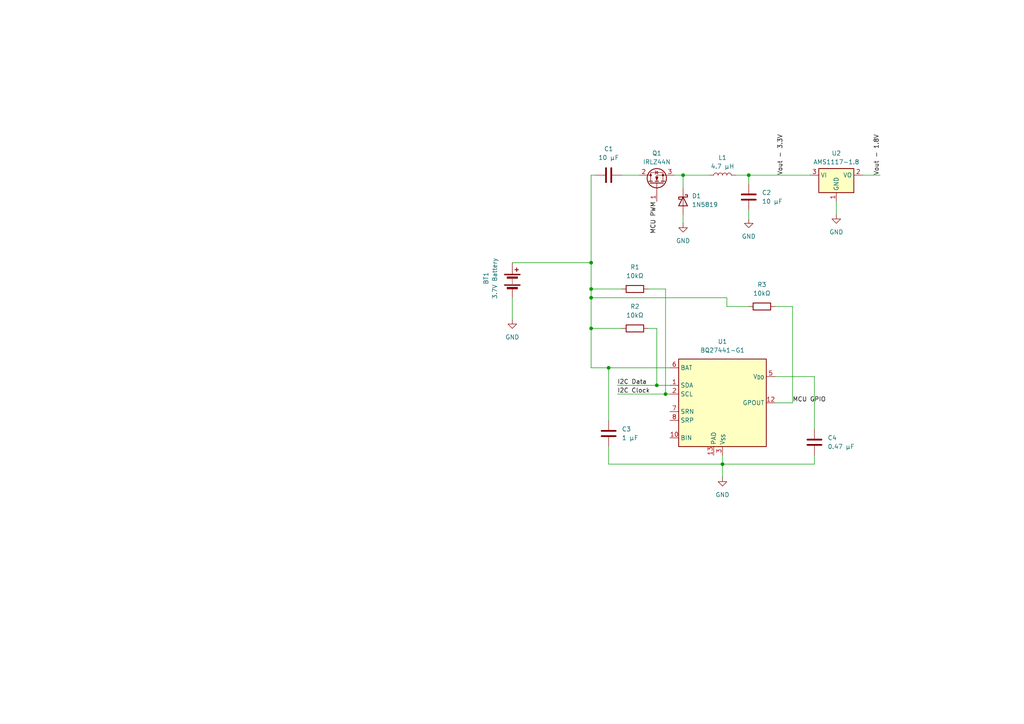
<source format=kicad_sch>
(kicad_sch (version 20231120) (generator "eeschema") (generator_version "8.0")
  (paper "A4")
  (lib_symbols
    (symbol "Battery_Management:BQ27441-G1"
      (property "Reference" "U" (at -5.08 15.875 0))
      (property "Value" "BQ27441-G1" (at -5.08 13.97 0))
      (symbol "BQ27441-G1_0_1"
        (rectangle (start -12.7 12.7) (end 12.7 -12.7) (stroke (width 0.254)) (fill (type background)))
      )
      (symbol "BQ27441-G1_1_1"
        (pin bidirectional line (at -15.24 5.08 0) (length 2.54) (name "SDA") (number "1"))
        (pin input line (at -15.24 -10.16 0) (length 2.54) (name "BIN") (number "10"))
        (pin no_connect line (at 10.16 -2.54 180) (length 2.54) hide (name "NC") (number "11"))
        (pin output line (at 15.24 0 180) (length 2.54) (name "GPOUT") (number "12"))
        (pin power_in line (at -2.54 -15.24 90) (length 2.54) (name "PAD") (number "13"))
        (pin input line (at -15.24 2.54 0) (length 2.54) (name "SCL") (number "2"))
        (pin power_in line (at 0 -15.24 90) (length 2.54) (name "V_{SS}") (number "3"))
        (pin no_connect line (at 10.16 -7.62 180) (length 2.54) hide (name "NC") (number "4"))
        (pin power_out line (at 15.24 7.62 180) (length 2.54) (name "V_{DD}") (number "5"))
        (pin power_in line (at -15.24 10.16 0) (length 2.54) (name "BAT") (number "6"))
        (pin input line (at -15.24 -2.54 0) (length 2.54) (name "SRN") (number "7"))
        (pin input line (at -15.24 -5.08 0) (length 2.54) (name "SRP") (number "8"))
        (pin no_connect line (at 10.16 -5.08 180) (length 2.54) hide (name "NC") (number "9"))
      )
    )
    (symbol "Device:Battery" (pin_numbers hide) (pin_names (offset 0) hide)
      (property "Reference" "BT" (at 2.54 2.54 0))
      (property "Value" "Battery" (at 2.54 0 0))
      (symbol "Battery_0_1"
        (rectangle (start -2.286 -1.27) (end 2.286 -1.524) (fill (type outline)))
        (rectangle (start -2.286 1.778) (end 2.286 1.524) (fill (type outline)))
        (rectangle (start -1.524 -2.032) (end 1.524 -2.54) (fill (type outline)))
        (rectangle (start -1.524 1.016) (end 1.524 0.508) (fill (type outline)))
        (polyline (pts (xy 0 -1.016) (xy 0 -0.762)))
        (polyline (pts (xy 0 -0.508) (xy 0 -0.254)))
        (polyline (pts (xy 0 0) (xy 0 0.254)))
        (polyline (pts (xy 0 1.778) (xy 0 2.54)))
        (polyline (pts (xy 0.762 3.048) (xy 1.778 3.048)) (stroke (width 0.254)))
        (polyline (pts (xy 1.27 3.556) (xy 1.27 2.54)) (stroke (width 0.254)))
      )
      (symbol "Battery_1_1"
        (pin passive line (at 0 5.08 270) (length 2.54) (name "+") (number "1"))
        (pin passive line (at 0 -5.08 90) (length 2.54) (name "-") (number "2"))
      )
    )
    (symbol "Device:C" (pin_numbers hide) (pin_names (offset 0.254))
      (property "Reference" "C" (at 0.635 2.54 0))
      (property "Value" "C" (at 0.635 -2.54 0))
      (symbol "C_0_1"
        (polyline (pts (xy -2.032 -0.762) (xy 2.032 -0.762)) (stroke (width 0.508)))
        (polyline (pts (xy -2.032 0.762) (xy 2.032 0.762)) (stroke (width 0.508)))
      )
      (symbol "C_1_1"
        (pin passive line (at 0 3.81 270) (length 2.794) (name "~") (number "1"))
        (pin passive line (at 0 -3.81 90) (length 2.794) (name "~") (number "2"))
      )
    )
    (symbol "Device:L" (pin_numbers hide) (pin_names (offset 1.016) hide)
      (property "Reference" "L" (at -1.27 0 90))
      (property "Value" "L" (at 1.905 0 90))
      (symbol "L_0_1"
        (arc (start 0 -2.54) (mid 0.6323 -1.905) (end 0 -1.27))
        (arc (start 0 -1.27) (mid 0.6323 -0.635) (end 0 0))
        (arc (start 0 0) (mid 0.6323 0.635) (end 0 1.27))
        (arc (start 0 1.27) (mid 0.6323 1.905) (end 0 2.54))
      )
      (symbol "L_1_1"
        (pin passive line (at 0 3.81 270) (length 1.27) (name "1") (number "1"))
        (pin passive line (at 0 -3.81 90) (length 1.27) (name "2") (number "2"))
      )
    )
    (symbol "Device:R" (pin_numbers hide) (pin_names (offset 0))
      (property "Reference" "R" (at 2.032 0 90))
      (property "Value" "R" (at 0 0 90))
      (symbol "R_0_1"
        (rectangle (start -1.016 -2.54) (end 1.016 2.54) (stroke (width 0.254)))
      )
      (symbol "R_1_1"
        (pin passive line (at 0 3.81 270) (length 1.27) (name "~") (number "1"))
        (pin passive line (at 0 -3.81 90) (length 1.27) (name "~") (number "2"))
      )
    )
    (symbol "Diode:1N5819" (pin_numbers hide) (pin_names (offset 1.016) hide)
      (property "Reference" "D" (at 0 2.54 0))
      (property "Value" "1N5819" (at 0 -2.54 0))
      (symbol "1N5819_0_1"
        (polyline (pts (xy 1.27 0) (xy -1.27 0)))
        (polyline (pts (xy 1.27 1.27) (xy 1.27 -1.27) (xy -1.27 0) (xy 1.27 1.27)) (stroke (width 0.254)))
        (polyline (pts (xy -1.905 0.635) (xy -1.905 1.27) (xy -1.27 1.27) (xy -1.27 -1.27) (xy -0.635 -1.27) (xy -0.635 -0.635)) (stroke (width 0.254)))
      )
      (symbol "1N5819_1_1"
        (pin passive line (at -3.81 0 0) (length 2.54) (name "K") (number "1"))
        (pin passive line (at 3.81 0 180) (length 2.54) (name "A") (number "2"))
      )
    )
    (symbol "Regulator_Linear:AMS1117-1.8"
      (property "Reference" "U" (at -3.81 3.175 0))
      (property "Value" "AMS1117-1.8" (at 0 3.175 0))
      (symbol "AMS1117-1.8_0_1"
        (rectangle (start -5.08 -5.08) (end 5.08 1.905) (stroke (width 0.254)) (fill (type background)))
      )
      (symbol "AMS1117-1.8_1_1"
        (pin power_in line (at 0 -7.62 90) (length 2.54) (name "GND") (number "1"))
        (pin power_out line (at 7.62 0 180) (length 2.54) (name "VO") (number "2"))
        (pin power_in line (at -7.62 0 0) (length 2.54) (name "VI") (number "3"))
      )
    )
    (symbol "Transistor_FET:IRLZ44N" (pin_names hide)
      (property "Reference" "Q" (at 5.08 1.905 0))
      (property "Value" "IRLZ44N" (at 5.08 0 0))
      (symbol "IRLZ44N_0_1"
        (polyline (pts (xy 0.254 0) (xy -2.54 0)))
        (polyline (pts (xy 0.254 1.905) (xy 0.254 -1.905)) (stroke (width 0.254)))
        (polyline (pts (xy 0.762 -1.27) (xy 0.762 -2.286)) (stroke (width 0.254)))
        (polyline (pts (xy 0.762 0.508) (xy 0.762 -0.508)) (stroke (width 0.254)))
        (polyline (pts (xy 0.762 2.286) (xy 0.762 1.27)) (stroke (width 0.254)))
        (polyline (pts (xy 2.54 2.54) (xy 2.54 1.778)))
        (polyline (pts (xy 2.54 -2.54) (xy 2.54 0) (xy 0.762 0)))
        (polyline (pts (xy 0.762 -1.778) (xy 3.302 -1.778) (xy 3.302 1.778) (xy 0.762 1.778)))
        (polyline (pts (xy 1.016 0) (xy 2.032 0.381) (xy 2.032 -0.381) (xy 1.016 0)) (fill (type outline)))
        (polyline (pts (xy 2.794 0.508) (xy 2.921 0.381) (xy 3.683 0.381) (xy 3.81 0.254)))
        (polyline (pts (xy 3.302 0.381) (xy 2.921 -0.254) (xy 3.683 -0.254) (xy 3.302 0.381)))
        (circle (center 1.651 0) (radius 2.794) (stroke (width 0.254)))
        (circle (center 2.54 -1.778) (radius 0.254) (fill (type outline)))
        (circle (center 2.54 1.778) (radius 0.254) (fill (type outline)))
      )
      (symbol "IRLZ44N_1_1"
        (pin input line (at -5.08 0 0) (length 2.54) (name "G") (number "1"))
        (pin passive line (at 2.54 5.08 270) (length 2.54) (name "D") (number "2"))
        (pin passive line (at 2.54 -5.08 90) (length 2.54) (name "S") (number "3"))
      )
    )
    (symbol "power:GND" (power) (pin_numbers hide) (pin_names (offset 0) hide)
      (property "Value" "GND" (at 0 -3.81 0))
      (symbol "GND_0_1"
        (polyline (pts (xy 0 0) (xy 0 -1.27) (xy 1.27 -1.27) (xy 0 -2.54) (xy -1.27 -1.27) (xy 0 -1.27)))
      )
      (symbol "GND_1_1"
        (pin power_in line (at 0 0 270) (length 0) (name "~") (number "1"))
      )
    )
  )
  (junction (at 209.55 134.62))
  (junction (at 190.5 111.76))
  (junction (at 171.45 95.25))
  (junction (at 217.17 50.8))
  (junction (at 171.45 86.36))
  (junction (at 193.04 114.3))
  (junction (at 171.45 76.2))
  (junction (at 176.53 106.68))
  (junction (at 198.12 50.8))
  (junction (at 171.45 83.82))
  (wire (pts (xy 179.07 114.3) (xy 193.04 114.3)))
  (wire (pts (xy 210.82 88.9) (xy 210.82 86.36)))
  (wire (pts (xy 148.59 86.36) (xy 148.59 92.71)))
  (wire (pts (xy 176.53 134.62) (xy 209.55 134.62)))
  (wire (pts (xy 171.45 76.2) (xy 171.45 50.8)))
  (wire (pts (xy 198.12 50.8) (xy 205.74 50.8)))
  (wire (pts (xy 209.55 132.08) (xy 209.55 134.62)))
  (wire (pts (xy 171.45 86.36) (xy 171.45 95.25)))
  (wire (pts (xy 195.58 50.8) (xy 198.12 50.8)))
  (wire (pts (xy 176.53 106.68) (xy 194.31 106.68)))
  (wire (pts (xy 176.53 129.54) (xy 176.53 134.62)))
  (wire (pts (xy 171.45 83.82) (xy 180.34 83.82)))
  (wire (pts (xy 217.17 60.96) (xy 217.17 63.5)))
  (wire (pts (xy 148.59 76.2) (xy 171.45 76.2)))
  (wire (pts (xy 213.36 50.8) (xy 217.17 50.8)))
  (wire (pts (xy 236.22 134.62) (xy 209.55 134.62)))
  (wire (pts (xy 193.04 83.82) (xy 193.04 114.3)))
  (wire (pts (xy 190.5 111.76) (xy 194.31 111.76)))
  (wire (pts (xy 198.12 50.8) (xy 198.12 54.61)))
  (wire (pts (xy 209.55 134.62) (xy 209.55 138.43)))
  (wire (pts (xy 193.04 114.3) (xy 194.31 114.3)))
  (wire (pts (xy 217.17 50.8) (xy 234.95 50.8)))
  (wire (pts (xy 250.19 50.8) (xy 255.27 50.8)))
  (wire (pts (xy 187.96 83.82) (xy 193.04 83.82)))
  (wire (pts (xy 224.79 109.22) (xy 236.22 109.22)))
  (wire (pts (xy 236.22 132.08) (xy 236.22 134.62)))
  (wire (pts (xy 190.5 95.25) (xy 190.5 111.76)))
  (wire (pts (xy 171.45 106.68) (xy 176.53 106.68)))
  (wire (pts (xy 171.45 83.82) (xy 171.45 86.36)))
  (wire (pts (xy 210.82 86.36) (xy 171.45 86.36)))
  (wire (pts (xy 217.17 50.8) (xy 217.17 53.34)))
  (wire (pts (xy 224.79 88.9) (xy 229.87 88.9)))
  (wire (pts (xy 179.07 111.76) (xy 190.5 111.76)))
  (wire (pts (xy 187.96 95.25) (xy 190.5 95.25)))
  (wire (pts (xy 242.57 58.42) (xy 242.57 62.23)))
  (wire (pts (xy 171.45 76.2) (xy 171.45 83.82)))
  (wire (pts (xy 229.87 88.9) (xy 229.87 116.84)))
  (wire (pts (xy 171.45 95.25) (xy 180.34 95.25)))
  (wire (pts (xy 180.34 50.8) (xy 185.42 50.8)))
  (wire (pts (xy 171.45 95.25) (xy 171.45 106.68)))
  (wire (pts (xy 236.22 109.22) (xy 236.22 124.46)))
  (wire (pts (xy 198.12 62.23) (xy 198.12 64.77)))
  (wire (pts (xy 176.53 106.68) (xy 176.53 121.92)))
  (wire (pts (xy 229.87 116.84) (xy 224.79 116.84)))
  (wire (pts (xy 217.17 88.9) (xy 210.82 88.9)))
  (wire (pts (xy 171.45 50.8) (xy 172.72 50.8)))
  (label "MCU GPIO" (at 229.87 116.84 0))
  (label "Vout - 3.3V" (at 227.33 50.8 90))
  (label "Vout - 1.8V" (at 255.27 50.8 90))
  (label "I2C Data" (at 179.07 111.76 0))
  (label "I2C Clock" (at 179.07 114.3 0))
  (label "MCU PWM" (at 190.5 58.42 270))
  (symbol (lib_id "Device:R") (at 184.15 95.25 90) (mirror x) (unit 1)
    (property "Reference" "R2" (at 184.15 88.9 90))
    (property "Value" "10kΩ" (at 184.15 91.44 90))
    (property "Description" "Resistor" (effects (hide yes)))
  )
  (symbol (lib_id "Device:R") (at 220.98 88.9 90) (mirror x) (unit 1)
    (property "Reference" "R3" (at 220.98 82.55 90))
    (property "Value" "10kΩ" (at 220.98 85.09 90))
    (property "Description" "Resistor" (effects (hide yes)))
  )
  (symbol (lib_id "Device:Battery") (at 148.59 81.28 0) (unit 1)
    (property "Reference" "BT1" (at 140.97 80.7085 90))
    (property "Value" "3.7V Battery" (at 143.51 80.772 90))
    (property "Description" "Multiple-cell battery" (effects (hide yes)))
  )
  (symbol (lib_id "power:GND") (at 148.59 92.71 0) (unit 1)
    (property "Reference" "#PWR05" (effects (hide yes)))
    (property "Value" "GND" (at 148.59 97.79 0))
    (property "Description" "Power symbol creates a global label with name \"GND\" , ground" (effects (hide yes)))
  )
  (symbol (lib_id "Device:L") (at 209.55 50.8 90) (unit 1)
    (property "Reference" "L1" (at 209.55 45.72 90))
    (property "Value" "4.7 μH" (at 209.55 48.26 90))
    (property "Description" "Inductor" (effects (hide yes)))
  )
  (symbol (lib_id "power:GND") (at 198.12 64.77 0) (unit 1)
    (property "Reference" "#PWR02" (effects (hide yes)))
    (property "Value" "GND" (at 198.12 69.85 0))
    (property "Description" "Power symbol creates a global label with name \"GND\" , ground" (effects (hide yes)))
  )
  (symbol (lib_id "Device:C") (at 236.22 128.27 0) (unit 1)
    (property "Reference" "C4" (at 240.03 126.9999 0) (effects (justify left)))
    (property "Value" "0.47 μF" (at 240.03 129.5399 0) (effects (justify left)))
    (property "Description" "Unpolarized capacitor" (effects (hide yes)))
  )
  (symbol (lib_id "Diode:1N5819") (at 198.12 58.42 270) (unit 1)
    (property "Reference" "D1" (at 200.66 56.8324 90) (effects (justify left)))
    (property "Value" "1N5819" (at 200.66 59.3724 90) (effects (justify left)))
    (property "Footprint" "Diode_THT:D_DO-41_SOD81_P10.16mm_Horizontal" (effects (hide yes)))
    (property "Datasheet" "http://www.vishay.com/docs/88525/1n5817.pdf" (effects (hide yes)))
    (property "Description" "40V 1A Schottky Barrier Rectifier Diode, DO-41" (effects (hide yes)))
  )
  (symbol (lib_id "power:GND") (at 217.17 63.5 0) (unit 1)
    (property "Reference" "#PWR03" (effects (hide yes)))
    (property "Value" "GND" (at 217.17 68.58 0))
    (property "Description" "Power symbol creates a global label with name \"GND\" , ground" (effects (hide yes)))
  )
  (symbol (lib_id "power:GND") (at 242.57 62.23 0) (unit 1)
    (property "Reference" "#PWR04" (effects (hide yes)))
    (property "Value" "GND" (at 242.57 67.31 0))
    (property "Description" "Power symbol creates a global label with name \"GND\" , ground" (effects (hide yes)))
  )
  (symbol (lib_id "power:GND") (at 209.55 138.43 0) (unit 1)
    (property "Reference" "#PWR01" (effects (hide yes)))
    (property "Value" "GND" (at 209.55 143.51 0))
    (property "Description" "Power symbol creates a global label with name \"GND\" , ground" (effects (hide yes)))
  )
  (symbol (lib_id "Device:C") (at 217.17 57.15 0) (unit 1)
    (property "Reference" "C2" (at 220.98 55.8799 0) (effects (justify left)))
    (property "Value" "10 μF" (at 220.98 58.4199 0) (effects (justify left)))
    (property "Description" "Unpolarized capacitor" (effects (hide yes)))
  )
  (symbol (lib_id "Device:C") (at 176.53 125.73 0) (unit 1)
    (property "Reference" "C3" (at 180.34 124.4599 0) (effects (justify left)))
    (property "Value" "1 μF" (at 180.34 126.9999 0) (effects (justify left)))
    (property "Description" "Unpolarized capacitor" (effects (hide yes)))
  )
  (symbol (lib_id "Transistor_FET:IRLZ44N") (at 190.5 53.34 90) (unit 1)
    (property "Reference" "Q1" (at 190.5 44.45 90))
    (property "Value" "IRLZ44N" (at 190.5 46.99 90))
    (property "Footprint" "Package_TO_SOT_THT:TO-220-3_Vertical" (effects (hide yes)))
    (property "Datasheet" "http://www.irf.com/product-info/datasheets/data/irlz44n.pdf" (effects (hide yes)))
    (property "Description" "47A Id, 55V Vds, 22mOhm Rds Single N-Channel HEXFET Power MOSFET, TO-220AB" (effects (hide yes)))
  )
  (symbol (lib_id "Regulator_Linear:AMS1117-1.8") (at 242.57 50.8 0) (unit 1)
    (property "Reference" "U2" (at 242.57 44.45 0))
    (property "Value" "AMS1117-1.8" (at 242.57 46.99 0))
    (property "Footprint" "Package_TO_SOT_SMD:SOT-223-3_TabPin2" (effects (hide yes)))
    (property "Datasheet" "http://www.advanced-monolithic.com/pdf/ds1117.pdf" (effects (hide yes)))
    (property "Description" "1A Low Dropout regulator, positive, 1.8V fixed output, SOT-223" (effects (hide yes)))
  )
  (symbol (lib_id "Battery_Management:BQ27441-G1") (at 209.55 116.84 0) (unit 1)
    (property "Reference" "U1" (at 209.55 99.06 0))
    (property "Value" "BQ27441-G1" (at 209.55 101.6 0))
    (property "Footprint" "Package_SON:Texas_S-PDSO-N12" (effects (hide yes)))
    (property "Datasheet" "http://www.ti.com/lit/ds/symlink/bq27441-g1.pdf" (effects (hide yes)))
    (property "Description" "System Side Li Ion/Polymer Fuel Gauge, PDSON-12" (effects (hide yes)))
  )
  (symbol (lib_id "Device:C") (at 176.53 50.8 270) (unit 1)
    (property "Reference" "C1" (at 176.53 43.18 90))
    (property "Value" "10 μF" (at 176.53 45.72 90))
    (property "Description" "Unpolarized capacitor" (effects (hide yes)))
  )
  (symbol (lib_id "Device:R") (at 184.15 83.82 90) (mirror x) (unit 1)
    (property "Reference" "R1" (at 184.15 77.47 90))
    (property "Value" "10kΩ" (at 184.15 80.01 90))
    (property "Description" "Resistor" (effects (hide yes)))
  )
)
</source>
